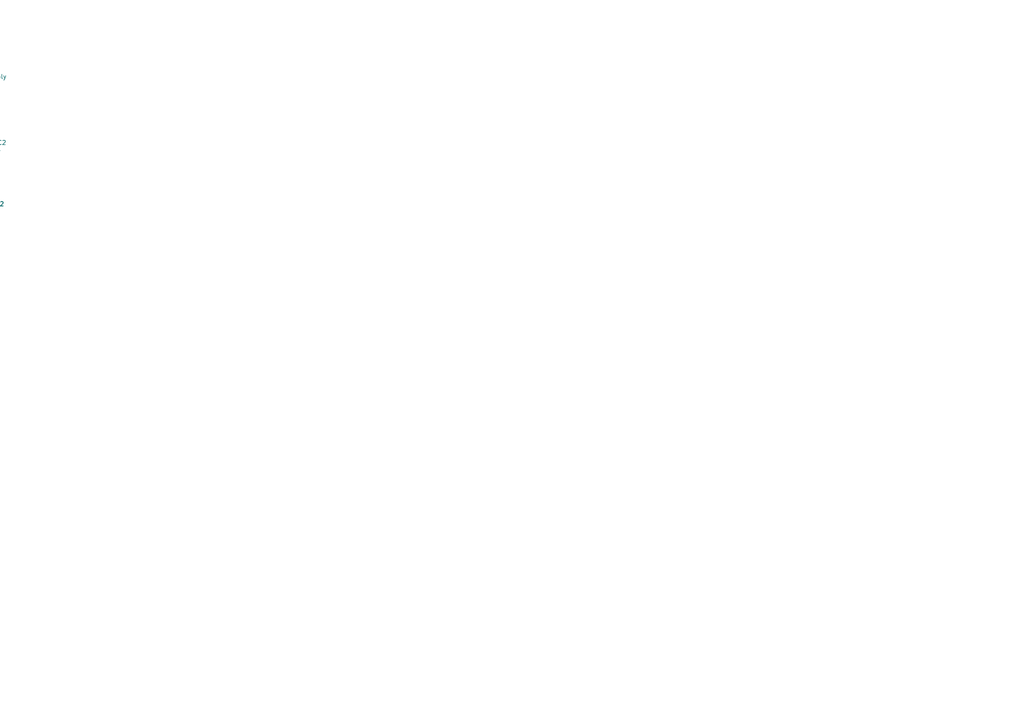
<source format=kicad_sch>
(kicad_sch (version 20211123) (generator eeschema)

  (uuid 49cf4c55-5301-402b-807b-80a9b45bd677)

  (paper "A4")

  (lib_symbols
    (symbol "Amplifier_Operational:NE5532" (pin_names (offset 0.127)) (in_bom yes) (on_board yes)
      (property "Reference" "U" (id 0) (at 0 5.08 0)
        (effects (font (size 1.27 1.27)) (justify left))
      )
      (property "Value" "NE5532" (id 1) (at 0 -5.08 0)
        (effects (font (size 1.27 1.27)) (justify left))
      )
      (property "Footprint" "" (id 2) (at 0 0 0)
        (effects (font (size 1.27 1.27)) hide)
      )
      (property "Datasheet" "http://www.ti.com/lit/ds/symlink/ne5532.pdf" (id 3) (at 0 0 0)
        (effects (font (size 1.27 1.27)) hide)
      )
      (property "ki_locked" "" (id 4) (at 0 0 0)
        (effects (font (size 1.27 1.27)))
      )
      (property "ki_keywords" "dual opamp" (id 5) (at 0 0 0)
        (effects (font (size 1.27 1.27)) hide)
      )
      (property "ki_description" "Dual Low-Noise Operational Amplifiers, DIP-8/SOIC-8" (id 6) (at 0 0 0)
        (effects (font (size 1.27 1.27)) hide)
      )
      (property "ki_fp_filters" "SOIC*3.9x4.9mm*P1.27mm* DIP*W7.62mm* TO*99* OnSemi*Micro8* TSSOP*3x3mm*P0.65mm* TSSOP*4.4x3mm*P0.65mm* MSOP*3x3mm*P0.65mm* SSOP*3.9x4.9mm*P0.635mm* LFCSP*2x2mm*P0.5mm* *SIP* SOIC*5.3x6.2mm*P1.27mm*" (id 7) (at 0 0 0)
        (effects (font (size 1.27 1.27)) hide)
      )
      (symbol "NE5532_1_1"
        (polyline
          (pts
            (xy -5.08 5.08)
            (xy 5.08 0)
            (xy -5.08 -5.08)
            (xy -5.08 5.08)
          )
          (stroke (width 0.254) (type default) (color 0 0 0 0))
          (fill (type background))
        )
        (pin output line (at 7.62 0 180) (length 2.54)
          (name "~" (effects (font (size 1.27 1.27))))
          (number "1" (effects (font (size 1.27 1.27))))
        )
        (pin input line (at -7.62 -2.54 0) (length 2.54)
          (name "-" (effects (font (size 1.27 1.27))))
          (number "2" (effects (font (size 1.27 1.27))))
        )
        (pin input line (at -7.62 2.54 0) (length 2.54)
          (name "+" (effects (font (size 1.27 1.27))))
          (number "3" (effects (font (size 1.27 1.27))))
        )
      )
      (symbol "NE5532_2_1"
        (polyline
          (pts
            (xy -5.08 5.08)
            (xy 5.08 0)
            (xy -5.08 -5.08)
            (xy -5.08 5.08)
          )
          (stroke (width 0.254) (type default) (color 0 0 0 0))
          (fill (type background))
        )
        (pin input line (at -7.62 2.54 0) (length 2.54)
          (name "+" (effects (font (size 1.27 1.27))))
          (number "5" (effects (font (size 1.27 1.27))))
        )
        (pin input line (at -7.62 -2.54 0) (length 2.54)
          (name "-" (effects (font (size 1.27 1.27))))
          (number "6" (effects (font (size 1.27 1.27))))
        )
        (pin output line (at 7.62 0 180) (length 2.54)
          (name "~" (effects (font (size 1.27 1.27))))
          (number "7" (effects (font (size 1.27 1.27))))
        )
      )
      (symbol "NE5532_3_1"
        (pin power_in line (at -2.54 -7.62 90) (length 3.81)
          (name "V-" (effects (font (size 1.27 1.27))))
          (number "4" (effects (font (size 1.27 1.27))))
        )
        (pin power_in line (at -2.54 7.62 270) (length 3.81)
          (name "V+" (effects (font (size 1.27 1.27))))
          (number "8" (effects (font (size 1.27 1.27))))
        )
      )
    )
    (symbol "Connector:Conn_01x04_Female" (pin_names (offset 1.016) hide) (in_bom yes) (on_board yes)
      (property "Reference" "J" (id 0) (at 0 5.08 0)
        (effects (font (size 1.27 1.27)))
      )
      (property "Value" "Conn_01x04_Female" (id 1) (at 0 -7.62 0)
        (effects (font (size 1.27 1.27)))
      )
      (property "Footprint" "" (id 2) (at 0 0 0)
        (effects (font (size 1.27 1.27)) hide)
      )
      (property "Datasheet" "~" (id 3) (at 0 0 0)
        (effects (font (size 1.27 1.27)) hide)
      )
      (property "ki_keywords" "connector" (id 4) (at 0 0 0)
        (effects (font (size 1.27 1.27)) hide)
      )
      (property "ki_description" "Generic connector, single row, 01x04, script generated (kicad-library-utils/schlib/autogen/connector/)" (id 5) (at 0 0 0)
        (effects (font (size 1.27 1.27)) hide)
      )
      (property "ki_fp_filters" "Connector*:*_1x??_*" (id 6) (at 0 0 0)
        (effects (font (size 1.27 1.27)) hide)
      )
      (symbol "Conn_01x04_Female_1_1"
        (arc (start 0 -4.572) (mid -0.508 -5.08) (end 0 -5.588)
          (stroke (width 0.1524) (type default) (color 0 0 0 0))
          (fill (type none))
        )
        (arc (start 0 -2.032) (mid -0.508 -2.54) (end 0 -3.048)
          (stroke (width 0.1524) (type default) (color 0 0 0 0))
          (fill (type none))
        )
        (polyline
          (pts
            (xy -1.27 -5.08)
            (xy -0.508 -5.08)
          )
          (stroke (width 0.1524) (type default) (color 0 0 0 0))
          (fill (type none))
        )
        (polyline
          (pts
            (xy -1.27 -2.54)
            (xy -0.508 -2.54)
          )
          (stroke (width 0.1524) (type default) (color 0 0 0 0))
          (fill (type none))
        )
        (polyline
          (pts
            (xy -1.27 0)
            (xy -0.508 0)
          )
          (stroke (width 0.1524) (type default) (color 0 0 0 0))
          (fill (type none))
        )
        (polyline
          (pts
            (xy -1.27 2.54)
            (xy -0.508 2.54)
          )
          (stroke (width 0.1524) (type default) (color 0 0 0 0))
          (fill (type none))
        )
        (arc (start 0 0.508) (mid -0.508 0) (end 0 -0.508)
          (stroke (width 0.1524) (type default) (color 0 0 0 0))
          (fill (type none))
        )
        (arc (start 0 3.048) (mid -0.508 2.54) (end 0 2.032)
          (stroke (width 0.1524) (type default) (color 0 0 0 0))
          (fill (type none))
        )
        (pin passive line (at -5.08 2.54 0) (length 3.81)
          (name "Pin_1" (effects (font (size 1.27 1.27))))
          (number "1" (effects (font (size 1.27 1.27))))
        )
        (pin passive line (at -5.08 0 0) (length 3.81)
          (name "Pin_2" (effects (font (size 1.27 1.27))))
          (number "2" (effects (font (size 1.27 1.27))))
        )
        (pin passive line (at -5.08 -2.54 0) (length 3.81)
          (name "Pin_3" (effects (font (size 1.27 1.27))))
          (number "3" (effects (font (size 1.27 1.27))))
        )
        (pin passive line (at -5.08 -5.08 0) (length 3.81)
          (name "Pin_4" (effects (font (size 1.27 1.27))))
          (number "4" (effects (font (size 1.27 1.27))))
        )
      )
    )
    (symbol "Device:C" (pin_numbers hide) (pin_names (offset 0.254)) (in_bom yes) (on_board yes)
      (property "Reference" "C" (id 0) (at 0.635 2.54 0)
        (effects (font (size 1.27 1.27)) (justify left))
      )
      (property "Value" "C" (id 1) (at 0.635 -2.54 0)
        (effects (font (size 1.27 1.27)) (justify left))
      )
      (property "Footprint" "" (id 2) (at 0.9652 -3.81 0)
        (effects (font (size 1.27 1.27)) hide)
      )
      (property "Datasheet" "~" (id 3) (at 0 0 0)
        (effects (font (size 1.27 1.27)) hide)
      )
      (property "ki_keywords" "cap capacitor" (id 4) (at 0 0 0)
        (effects (font (size 1.27 1.27)) hide)
      )
      (property "ki_description" "Unpolarized capacitor" (id 5) (at 0 0 0)
        (effects (font (size 1.27 1.27)) hide)
      )
      (property "ki_fp_filters" "C_*" (id 6) (at 0 0 0)
        (effects (font (size 1.27 1.27)) hide)
      )
      (symbol "C_0_1"
        (polyline
          (pts
            (xy -2.032 -0.762)
            (xy 2.032 -0.762)
          )
          (stroke (width 0.508) (type default) (color 0 0 0 0))
          (fill (type none))
        )
        (polyline
          (pts
            (xy -2.032 0.762)
            (xy 2.032 0.762)
          )
          (stroke (width 0.508) (type default) (color 0 0 0 0))
          (fill (type none))
        )
      )
      (symbol "C_1_1"
        (pin passive line (at 0 3.81 270) (length 2.794)
          (name "~" (effects (font (size 1.27 1.27))))
          (number "1" (effects (font (size 1.27 1.27))))
        )
        (pin passive line (at 0 -3.81 90) (length 2.794)
          (name "~" (effects (font (size 1.27 1.27))))
          (number "2" (effects (font (size 1.27 1.27))))
        )
      )
    )
    (symbol "Device:D" (pin_numbers hide) (pin_names (offset 1.016) hide) (in_bom yes) (on_board yes)
      (property "Reference" "D" (id 0) (at 0 2.54 0)
        (effects (font (size 1.27 1.27)))
      )
      (property "Value" "D" (id 1) (at 0 -2.54 0)
        (effects (font (size 1.27 1.27)))
      )
      (property "Footprint" "" (id 2) (at 0 0 0)
        (effects (font (size 1.27 1.27)) hide)
      )
      (property "Datasheet" "~" (id 3) (at 0 0 0)
        (effects (font (size 1.27 1.27)) hide)
      )
      (property "ki_keywords" "diode" (id 4) (at 0 0 0)
        (effects (font (size 1.27 1.27)) hide)
      )
      (property "ki_description" "Diode" (id 5) (at 0 0 0)
        (effects (font (size 1.27 1.27)) hide)
      )
      (property "ki_fp_filters" "TO-???* *_Diode_* *SingleDiode* D_*" (id 6) (at 0 0 0)
        (effects (font (size 1.27 1.27)) hide)
      )
      (symbol "D_0_1"
        (polyline
          (pts
            (xy -1.27 1.27)
            (xy -1.27 -1.27)
          )
          (stroke (width 0.254) (type default) (color 0 0 0 0))
          (fill (type none))
        )
        (polyline
          (pts
            (xy 1.27 0)
            (xy -1.27 0)
          )
          (stroke (width 0) (type default) (color 0 0 0 0))
          (fill (type none))
        )
        (polyline
          (pts
            (xy 1.27 1.27)
            (xy 1.27 -1.27)
            (xy -1.27 0)
            (xy 1.27 1.27)
          )
          (stroke (width 0.254) (type default) (color 0 0 0 0))
          (fill (type none))
        )
      )
      (symbol "D_1_1"
        (pin passive line (at -3.81 0 0) (length 2.54)
          (name "K" (effects (font (size 1.27 1.27))))
          (number "1" (effects (font (size 1.27 1.27))))
        )
        (pin passive line (at 3.81 0 180) (length 2.54)
          (name "A" (effects (font (size 1.27 1.27))))
          (number "2" (effects (font (size 1.27 1.27))))
        )
      )
    )
    (symbol "Device:L" (pin_numbers hide) (pin_names (offset 1.016) hide) (in_bom yes) (on_board yes)
      (property "Reference" "L" (id 0) (at -1.27 0 90)
        (effects (font (size 1.27 1.27)))
      )
      (property "Value" "L" (id 1) (at 1.905 0 90)
        (effects (font (size 1.27 1.27)))
      )
      (property "Footprint" "" (id 2) (at 0 0 0)
        (effects (font (size 1.27 1.27)) hide)
      )
      (property "Datasheet" "~" (id 3) (at 0 0 0)
        (effects (font (size 1.27 1.27)) hide)
      )
      (property "ki_keywords" "inductor choke coil reactor magnetic" (id 4) (at 0 0 0)
        (effects (font (size 1.27 1.27)) hide)
      )
      (property "ki_description" "Inductor" (id 5) (at 0 0 0)
        (effects (font (size 1.27 1.27)) hide)
      )
      (property "ki_fp_filters" "Choke_* *Coil* Inductor_* L_*" (id 6) (at 0 0 0)
        (effects (font (size 1.27 1.27)) hide)
      )
      (symbol "L_0_1"
        (arc (start 0 -2.54) (mid 0.635 -1.905) (end 0 -1.27)
          (stroke (width 0) (type default) (color 0 0 0 0))
          (fill (type none))
        )
        (arc (start 0 -1.27) (mid 0.635 -0.635) (end 0 0)
          (stroke (width 0) (type default) (color 0 0 0 0))
          (fill (type none))
        )
        (arc (start 0 0) (mid 0.635 0.635) (end 0 1.27)
          (stroke (width 0) (type default) (color 0 0 0 0))
          (fill (type none))
        )
        (arc (start 0 1.27) (mid 0.635 1.905) (end 0 2.54)
          (stroke (width 0) (type default) (color 0 0 0 0))
          (fill (type none))
        )
      )
      (symbol "L_1_1"
        (pin passive line (at 0 3.81 270) (length 1.27)
          (name "1" (effects (font (size 1.27 1.27))))
          (number "1" (effects (font (size 1.27 1.27))))
        )
        (pin passive line (at 0 -3.81 90) (length 1.27)
          (name "2" (effects (font (size 1.27 1.27))))
          (number "2" (effects (font (size 1.27 1.27))))
        )
      )
    )
    (symbol "Device:LED" (pin_numbers hide) (pin_names (offset 1.016) hide) (in_bom yes) (on_board yes)
      (property "Reference" "D" (id 0) (at 0 2.54 0)
        (effects (font (size 1.27 1.27)))
      )
      (property "Value" "LED" (id 1) (at 0 -2.54 0)
        (effects (font (size 1.27 1.27)))
      )
      (property "Footprint" "" (id 2) (at 0 0 0)
        (effects (font (size 1.27 1.27)) hide)
      )
      (property "Datasheet" "~" (id 3) (at 0 0 0)
        (effects (font (size 1.27 1.27)) hide)
      )
      (property "ki_keywords" "LED diode" (id 4) (at 0 0 0)
        (effects (font (size 1.27 1.27)) hide)
      )
      (property "ki_description" "Light emitting diode" (id 5) (at 0 0 0)
        (effects (font (size 1.27 1.27)) hide)
      )
      (property "ki_fp_filters" "LED* LED_SMD:* LED_THT:*" (id 6) (at 0 0 0)
        (effects (font (size 1.27 1.27)) hide)
      )
      (symbol "LED_0_1"
        (polyline
          (pts
            (xy -1.27 -1.27)
            (xy -1.27 1.27)
          )
          (stroke (width 0.254) (type default) (color 0 0 0 0))
          (fill (type none))
        )
        (polyline
          (pts
            (xy -1.27 0)
            (xy 1.27 0)
          )
          (stroke (width 0) (type default) (color 0 0 0 0))
          (fill (type none))
        )
        (polyline
          (pts
            (xy 1.27 -1.27)
            (xy 1.27 1.27)
            (xy -1.27 0)
            (xy 1.27 -1.27)
          )
          (stroke (width 0.254) (type default) (color 0 0 0 0))
          (fill (type none))
        )
        (polyline
          (pts
            (xy -3.048 -0.762)
            (xy -4.572 -2.286)
            (xy -3.81 -2.286)
            (xy -4.572 -2.286)
            (xy -4.572 -1.524)
          )
          (stroke (width 0) (type default) (color 0 0 0 0))
          (fill (type none))
        )
        (polyline
          (pts
            (xy -1.778 -0.762)
            (xy -3.302 -2.286)
            (xy -2.54 -2.286)
            (xy -3.302 -2.286)
            (xy -3.302 -1.524)
          )
          (stroke (width 0) (type default) (color 0 0 0 0))
          (fill (type none))
        )
      )
      (symbol "LED_1_1"
        (pin passive line (at -3.81 0 0) (length 2.54)
          (name "K" (effects (font (size 1.27 1.27))))
          (number "1" (effects (font (size 1.27 1.27))))
        )
        (pin passive line (at 3.81 0 180) (length 2.54)
          (name "A" (effects (font (size 1.27 1.27))))
          (number "2" (effects (font (size 1.27 1.27))))
        )
      )
    )
    (symbol "Device:Q_NPN_BCE" (pin_names (offset 0) hide) (in_bom yes) (on_board yes)
      (property "Reference" "Q" (id 0) (at 5.08 1.27 0)
        (effects (font (size 1.27 1.27)) (justify left))
      )
      (property "Value" "Q_NPN_BCE" (id 1) (at 5.08 -1.27 0)
        (effects (font (size 1.27 1.27)) (justify left))
      )
      (property "Footprint" "" (id 2) (at 5.08 2.54 0)
        (effects (font (size 1.27 1.27)) hide)
      )
      (property "Datasheet" "~" (id 3) (at 0 0 0)
        (effects (font (size 1.27 1.27)) hide)
      )
      (property "ki_keywords" "transistor NPN" (id 4) (at 0 0 0)
        (effects (font (size 1.27 1.27)) hide)
      )
      (property "ki_description" "NPN transistor, base/collector/emitter" (id 5) (at 0 0 0)
        (effects (font (size 1.27 1.27)) hide)
      )
      (symbol "Q_NPN_BCE_0_1"
        (polyline
          (pts
            (xy 0.635 0.635)
            (xy 2.54 2.54)
          )
          (stroke (width 0) (type default) (color 0 0 0 0))
          (fill (type none))
        )
        (polyline
          (pts
            (xy 0.635 -0.635)
            (xy 2.54 -2.54)
            (xy 2.54 -2.54)
          )
          (stroke (width 0) (type default) (color 0 0 0 0))
          (fill (type none))
        )
        (polyline
          (pts
            (xy 0.635 1.905)
            (xy 0.635 -1.905)
            (xy 0.635 -1.905)
          )
          (stroke (width 0.508) (type default) (color 0 0 0 0))
          (fill (type none))
        )
        (polyline
          (pts
            (xy 1.27 -1.778)
            (xy 1.778 -1.27)
            (xy 2.286 -2.286)
            (xy 1.27 -1.778)
            (xy 1.27 -1.778)
          )
          (stroke (width 0) (type default) (color 0 0 0 0))
          (fill (type outline))
        )
        (circle (center 1.27 0) (radius 2.8194)
          (stroke (width 0.254) (type default) (color 0 0 0 0))
          (fill (type none))
        )
      )
      (symbol "Q_NPN_BCE_1_1"
        (pin input line (at -5.08 0 0) (length 5.715)
          (name "B" (effects (font (size 1.27 1.27))))
          (number "1" (effects (font (size 1.27 1.27))))
        )
        (pin passive line (at 2.54 5.08 270) (length 2.54)
          (name "C" (effects (font (size 1.27 1.27))))
          (number "2" (effects (font (size 1.27 1.27))))
        )
        (pin passive line (at 2.54 -5.08 90) (length 2.54)
          (name "E" (effects (font (size 1.27 1.27))))
          (number "3" (effects (font (size 1.27 1.27))))
        )
      )
    )
    (symbol "Device:Q_PNP_BCE" (pin_names (offset 0) hide) (in_bom yes) (on_board yes)
      (property "Reference" "Q" (id 0) (at 5.08 1.27 0)
        (effects (font (size 1.27 1.27)) (justify left))
      )
      (property "Value" "Q_PNP_BCE" (id 1) (at 5.08 -1.27 0)
        (effects (font (size 1.27 1.27)) (justify left))
      )
      (property "Footprint" "" (id 2) (at 5.08 2.54 0)
        (effects (font (size 1.27 1.27)) hide)
      )
      (property "Datasheet" "~" (id 3) (at 0 0 0)
        (effects (font (size 1.27 1.27)) hide)
      )
      (property "ki_keywords" "transistor PNP" (id 4) (at 0 0 0)
        (effects (font (size 1.27 1.27)) hide)
      )
      (property "ki_description" "PNP transistor, base/collector/emitter" (id 5) (at 0 0 0)
        (effects (font (size 1.27 1.27)) hide)
      )
      (symbol "Q_PNP_BCE_0_1"
        (polyline
          (pts
            (xy 0.635 0.635)
            (xy 2.54 2.54)
          )
          (stroke (width 0) (type default) (color 0 0 0 0))
          (fill (type none))
        )
        (polyline
          (pts
            (xy 0.635 -0.635)
            (xy 2.54 -2.54)
            (xy 2.54 -2.54)
          )
          (stroke (width 0) (type default) (color 0 0 0 0))
          (fill (type none))
        )
        (polyline
          (pts
            (xy 0.635 1.905)
            (xy 0.635 -1.905)
            (xy 0.635 -1.905)
          )
          (stroke (width 0.508) (type default) (color 0 0 0 0))
          (fill (type none))
        )
        (polyline
          (pts
            (xy 2.286 -1.778)
            (xy 1.778 -2.286)
            (xy 1.27 -1.27)
            (xy 2.286 -1.778)
            (xy 2.286 -1.778)
          )
          (stroke (width 0) (type default) (color 0 0 0 0))
          (fill (type outline))
        )
        (circle (center 1.27 0) (radius 2.8194)
          (stroke (width 0.254) (type default) (color 0 0 0 0))
          (fill (type none))
        )
      )
      (symbol "Q_PNP_BCE_1_1"
        (pin input line (at -5.08 0 0) (length 5.715)
          (name "B" (effects (font (size 1.27 1.27))))
          (number "1" (effects (font (size 1.27 1.27))))
        )
        (pin passive line (at 2.54 5.08 270) (length 2.54)
          (name "C" (effects (font (size 1.27 1.27))))
          (number "2" (effects (font (size 1.27 1.27))))
        )
        (pin passive line (at 2.54 -5.08 90) (length 2.54)
          (name "E" (effects (font (size 1.27 1.27))))
          (number "3" (effects (font (size 1.27 1.27))))
        )
      )
    )
    (symbol "Device:R" (pin_numbers hide) (pin_names (offset 0)) (in_bom yes) (on_board yes)
      (property "Reference" "R" (id 0) (at 2.032 0 90)
        (effects (font (size 1.27 1.27)))
      )
      (property "Value" "R" (id 1) (at 0 0 90)
        (effects (font (size 1.27 1.27)))
      )
      (property "Footprint" "" (id 2) (at -1.778 0 90)
        (effects (font (size 1.27 1.27)) hide)
      )
      (property "Datasheet" "~" (id 3) (at 0 0 0)
        (effects (font (size 1.27 1.27)) hide)
      )
      (property "ki_keywords" "R res resistor" (id 4) (at 0 0 0)
        (effects (font (size 1.27 1.27)) hide)
      )
      (property "ki_description" "Resistor" (id 5) (at 0 0 0)
        (effects (font (size 1.27 1.27)) hide)
      )
      (property "ki_fp_filters" "R_*" (id 6) (at 0 0 0)
        (effects (font (size 1.27 1.27)) hide)
      )
      (symbol "R_0_1"
        (rectangle (start -1.016 -2.54) (end 1.016 2.54)
          (stroke (width 0.254) (type default) (color 0 0 0 0))
          (fill (type none))
        )
      )
      (symbol "R_1_1"
        (pin passive line (at 0 3.81 270) (length 1.27)
          (name "~" (effects (font (size 1.27 1.27))))
          (number "1" (effects (font (size 1.27 1.27))))
        )
        (pin passive line (at 0 -3.81 90) (length 1.27)
          (name "~" (effects (font (size 1.27 1.27))))
          (number "2" (effects (font (size 1.27 1.27))))
        )
      )
    )
    (symbol "_trnst_a-rescue:CP-Device" (pin_numbers hide) (pin_names (offset 0.254)) (in_bom yes) (on_board yes)
      (property "Reference" "C" (id 0) (at 0.635 2.54 0)
        (effects (font (size 1.27 1.27)) (justify left))
      )
      (property "Value" "CP-Device" (id 1) (at 0.635 -2.54 0)
        (effects (font (size 1.27 1.27)) (justify left))
      )
      (property "Footprint" "" (id 2) (at 0.9652 -3.81 0)
        (effects (font (size 1.27 1.27)) hide)
      )
      (property "Datasheet" "" (id 3) (at 0 0 0)
        (effects (font (size 1.27 1.27)) hide)
      )
      (property "ki_fp_filters" "CP_*" (id 4) (at 0 0 0)
        (effects (font (size 1.27 1.27)) hide)
      )
      (symbol "CP-Device_0_1"
        (rectangle (start -2.286 0.508) (end -2.286 1.016)
          (stroke (width 0) (type default) (color 0 0 0 0))
          (fill (type none))
        )
        (rectangle (start -2.286 0.508) (end 2.286 0.508)
          (stroke (width 0) (type default) (color 0 0 0 0))
          (fill (type none))
        )
        (polyline
          (pts
            (xy -1.778 2.286)
            (xy -0.762 2.286)
          )
          (stroke (width 0) (type default) (color 0 0 0 0))
          (fill (type none))
        )
        (polyline
          (pts
            (xy -1.27 2.794)
            (xy -1.27 1.778)
          )
          (stroke (width 0) (type default) (color 0 0 0 0))
          (fill (type none))
        )
        (rectangle (start 2.286 -0.508) (end -2.286 -1.016)
          (stroke (width 0) (type default) (color 0 0 0 0))
          (fill (type outline))
        )
        (rectangle (start 2.286 1.016) (end -2.286 1.016)
          (stroke (width 0) (type default) (color 0 0 0 0))
          (fill (type none))
        )
        (rectangle (start 2.286 1.016) (end 2.286 0.508)
          (stroke (width 0) (type default) (color 0 0 0 0))
          (fill (type none))
        )
      )
      (symbol "CP-Device_1_1"
        (pin passive line (at 0 3.81 270) (length 2.794)
          (name "~" (effects (font (size 1.27 1.27))))
          (number "1" (effects (font (size 1.27 1.27))))
        )
        (pin passive line (at 0 -3.81 90) (length 2.794)
          (name "~" (effects (font (size 1.27 1.27))))
          (number "2" (effects (font (size 1.27 1.27))))
        )
      )
    )
    (symbol "_trnst_a-rescue:R_POT-Device" (pin_names (offset 1.016) hide) (in_bom yes) (on_board yes)
      (property "Reference" "RV" (id 0) (at -4.445 0 90)
        (effects (font (size 1.27 1.27)))
      )
      (property "Value" "R_POT-Device" (id 1) (at -2.54 0 90)
        (effects (font (size 1.27 1.27)))
      )
      (property "Footprint" "" (id 2) (at 0 0 0)
        (effects (font (size 1.27 1.27)) hide)
      )
      (property "Datasheet" "" (id 3) (at 0 0 0)
        (effects (font (size 1.27 1.27)) hide)
      )
      (property "ki_fp_filters" "Potentiometer*" (id 4) (at 0 0 0)
        (effects (font (size 1.27 1.27)) hide)
      )
      (symbol "R_POT-Device_0_1"
        (polyline
          (pts
            (xy 2.54 0)
            (xy 1.524 0)
          )
          (stroke (width 0) (type default) (color 0 0 0 0))
          (fill (type none))
        )
        (polyline
          (pts
            (xy 1.143 0)
            (xy 2.286 0.508)
            (xy 2.286 -0.508)
            (xy 1.143 0)
          )
          (stroke (width 0) (type default) (color 0 0 0 0))
          (fill (type outline))
        )
        (rectangle (start 1.016 2.54) (end -1.016 -2.54)
          (stroke (width 0.254) (type default) (color 0 0 0 0))
          (fill (type none))
        )
      )
      (symbol "R_POT-Device_1_1"
        (pin passive line (at 0 3.81 270) (length 1.27)
          (name "1" (effects (font (size 1.27 1.27))))
          (number "1" (effects (font (size 1.27 1.27))))
        )
        (pin passive line (at 3.81 0 180) (length 1.27)
          (name "2" (effects (font (size 1.27 1.27))))
          (number "2" (effects (font (size 1.27 1.27))))
        )
        (pin passive line (at 0 -3.81 90) (length 1.27)
          (name "3" (effects (font (size 1.27 1.27))))
          (number "3" (effects (font (size 1.27 1.27))))
        )
      )
    )
    (symbol "power:+12V" (power) (pin_names (offset 0)) (in_bom yes) (on_board yes)
      (property "Reference" "#PWR" (id 0) (at 0 -3.81 0)
        (effects (font (size 1.27 1.27)) hide)
      )
      (property "Value" "+12V" (id 1) (at 0 3.556 0)
        (effects (font (size 1.27 1.27)))
      )
      (property "Footprint" "" (id 2) (at 0 0 0)
        (effects (font (size 1.27 1.27)) hide)
      )
      (property "Datasheet" "" (id 3) (at 0 0 0)
        (effects (font (size 1.27 1.27)) hide)
      )
      (property "ki_keywords" "power-flag" (id 4) (at 0 0 0)
        (effects (font (size 1.27 1.27)) hide)
      )
      (property "ki_description" "Power symbol creates a global label with name \"+12V\"" (id 5) (at 0 0 0)
        (effects (font (size 1.27 1.27)) hide)
      )
      (symbol "+12V_0_1"
        (polyline
          (pts
            (xy -0.762 1.27)
            (xy 0 2.54)
          )
          (stroke (width 0) (type default) (color 0 0 0 0))
          (fill (type none))
        )
        (polyline
          (pts
            (xy 0 0)
            (xy 0 2.54)
          )
          (stroke (width 0) (type default) (color 0 0 0 0))
          (fill (type none))
        )
        (polyline
          (pts
            (xy 0 2.54)
            (xy 0.762 1.27)
          )
          (stroke (width 0) (type default) (color 0 0 0 0))
          (fill (type none))
        )
      )
      (symbol "+12V_1_1"
        (pin power_in line (at 0 0 90) (length 0) hide
          (name "+12V" (effects (font (size 1.27 1.27))))
          (number "1" (effects (font (size 1.27 1.27))))
        )
      )
    )
    (symbol "power:+5V" (power) (pin_names (offset 0)) (in_bom yes) (on_board yes)
      (property "Reference" "#PWR" (id 0) (at 0 -3.81 0)
        (effects (font (size 1.27 1.27)) hide)
      )
      (property "Value" "+5V" (id 1) (at 0 3.556 0)
        (effects (font (size 1.27 1.27)))
      )
      (property "Footprint" "" (id 2) (at 0 0 0)
        (effects (font (size 1.27 1.27)) hide)
      )
      (property "Datasheet" "" (id 3) (at 0 0 0)
        (effects (font (size 1.27 1.27)) hide)
      )
      (property "ki_keywords" "power-flag" (id 4) (at 0 0 0)
        (effects (font (size 1.27 1.27)) hide)
      )
      (property "ki_description" "Power symbol creates a global label with name \"+5V\"" (id 5) (at 0 0 0)
        (effects (font (size 1.27 1.27)) hide)
      )
      (symbol "+5V_0_1"
        (polyline
          (pts
            (xy -0.762 1.27)
            (xy 0 2.54)
          )
          (stroke (width 0) (type default) (color 0 0 0 0))
          (fill (type none))
        )
        (polyline
          (pts
            (xy 0 0)
            (xy 0 2.54)
          )
          (stroke (width 0) (type default) (color 0 0 0 0))
          (fill (type none))
        )
        (polyline
          (pts
            (xy 0 2.54)
            (xy 0.762 1.27)
          )
          (stroke (width 0) (type default) (color 0 0 0 0))
          (fill (type none))
        )
      )
      (symbol "+5V_1_1"
        (pin power_in line (at 0 0 90) (length 0) hide
          (name "+5V" (effects (font (size 1.27 1.27))))
          (number "1" (effects (font (size 1.27 1.27))))
        )
      )
    )
    (symbol "power:-12V" (power) (pin_names (offset 0)) (in_bom yes) (on_board yes)
      (property "Reference" "#PWR" (id 0) (at 0 2.54 0)
        (effects (font (size 1.27 1.27)) hide)
      )
      (property "Value" "-12V" (id 1) (at 0 3.81 0)
        (effects (font (size 1.27 1.27)))
      )
      (property "Footprint" "" (id 2) (at 0 0 0)
        (effects (font (size 1.27 1.27)) hide)
      )
      (property "Datasheet" "" (id 3) (at 0 0 0)
        (effects (font (size 1.27 1.27)) hide)
      )
      (property "ki_keywords" "power-flag" (id 4) (at 0 0 0)
        (effects (font (size 1.27 1.27)) hide)
      )
      (property "ki_description" "Power symbol creates a global label with name \"-12V\"" (id 5) (at 0 0 0)
        (effects (font (size 1.27 1.27)) hide)
      )
      (symbol "-12V_0_0"
        (pin power_in line (at 0 0 90) (length 0) hide
          (name "-12V" (effects (font (size 1.27 1.27))))
          (number "1" (effects (font (size 1.27 1.27))))
        )
      )
      (symbol "-12V_0_1"
        (polyline
          (pts
            (xy 0 0)
            (xy 0 1.27)
            (xy 0.762 1.27)
            (xy 0 2.54)
            (xy -0.762 1.27)
            (xy 0 1.27)
          )
          (stroke (width 0) (type default) (color 0 0 0 0))
          (fill (type outline))
        )
      )
    )
    (symbol "power:GND" (power) (pin_names (offset 0)) (in_bom yes) (on_board yes)
      (property "Reference" "#PWR" (id 0) (at 0 -6.35 0)
        (effects (font (size 1.27 1.27)) hide)
      )
      (property "Value" "GND" (id 1) (at 0 -3.81 0)
        (effects (font (size 1.27 1.27)))
      )
      (property "Footprint" "" (id 2) (at 0 0 0)
        (effects (font (size 1.27 1.27)) hide)
      )
      (property "Datasheet" "" (id 3) (at 0 0 0)
        (effects (font (size 1.27 1.27)) hide)
      )
      (property "ki_keywords" "power-flag" (id 4) (at 0 0 0)
        (effects (font (size 1.27 1.27)) hide)
      )
      (property "ki_description" "Power symbol creates a global label with name \"GND\" , ground" (id 5) (at 0 0 0)
        (effects (font (size 1.27 1.27)) hide)
      )
      (symbol "GND_0_1"
        (polyline
          (pts
            (xy 0 0)
            (xy 0 -1.27)
            (xy 1.27 -1.27)
            (xy 0 -2.54)
            (xy -1.27 -1.27)
            (xy 0 -1.27)
          )
          (stroke (width 0) (type default) (color 0 0 0 0))
          (fill (type none))
        )
      )
      (symbol "GND_1_1"
        (pin power_in line (at 0 0 270) (length 0) hide
          (name "GND" (effects (font (size 1.27 1.27))))
          (number "1" (effects (font (size 1.27 1.27))))
        )
      )
    )
  )

  (junction (at -5.715 92.71) (diameter 0) (color 0 0 0 0)
    (uuid 85d72d1a-0d8c-4743-bd6e-95b89b272532)
  )
  (junction (at -22.225 120.015) (diameter 0) (color 0 0 0 0)
    (uuid e384de40-9dfc-44de-9a4e-4aea4d56fd05)
  )
  (junction (at -22.225 90.17) (diameter 0) (color 0 0 0 0)
    (uuid fd52bd14-73aa-41d5-ab71-d4ca0475544e)
  )

  (wire (pts (xy -5.715 117.475) (xy -5.715 127))
    (stroke (width 0) (type default) (color 0 0 0 0))
    (uuid 015a204c-6a0c-4713-9e76-a487e2af4929)
  )
  (wire (pts (xy -5.715 92.71) (xy -5.715 100.33))
    (stroke (width 0) (type default) (color 0 0 0 0))
    (uuid 22bca55b-2851-40a7-a7d4-32aac8fa4ab0)
  )
  (wire (pts (xy -28.575 95.25) (xy -28.575 100.33))
    (stroke (width 0) (type default) (color 0 0 0 0))
    (uuid 24b194e0-217e-4550-81d2-c6a85776b6bd)
  )
  (wire (pts (xy -6.985 92.71) (xy -5.715 92.71))
    (stroke (width 0) (type default) (color 0 0 0 0))
    (uuid 2f9d3a5e-4944-4974-b394-a174774954ad)
  )
  (wire (pts (xy -17.145 127) (xy -22.225 127))
    (stroke (width 0) (type default) (color 0 0 0 0))
    (uuid 367bde31-50cc-45db-9308-57de6c1564e1)
  )
  (wire (pts (xy -26.035 90.17) (xy -22.225 90.17))
    (stroke (width 0) (type default) (color 0 0 0 0))
    (uuid 3b226bd7-8776-4798-9095-7e50aff7e3fd)
  )
  (wire (pts (xy -28.575 120.015) (xy -22.225 120.015))
    (stroke (width 0) (type default) (color 0 0 0 0))
    (uuid 3b737da7-6432-4243-94d8-2c39cef6b068)
  )
  (wire (pts (xy -28.575 130.81) (xy -28.575 133.985))
    (stroke (width 0) (type default) (color 0 0 0 0))
    (uuid 3c75f92d-34de-494a-b7e9-fa0d7bcb00e8)
  )
  (wire (pts (xy -21.59 24.765) (xy -18.415 24.765))
    (stroke (width 0) (type default) (color 0 0 0 0))
    (uuid 434c5564-e966-4509-aaaa-847fcab9c7b5)
  )
  (wire (pts (xy -22.225 127) (xy -22.225 120.015))
    (stroke (width 0) (type default) (color 0 0 0 0))
    (uuid 51daac8f-c79d-4009-b1ec-5ab1cbf56826)
  )
  (wire (pts (xy -21.59 17.145) (xy -18.415 17.145))
    (stroke (width 0) (type default) (color 0 0 0 0))
    (uuid 62e0abb8-6cb2-4b15-9e31-533f1adf79b1)
  )
  (wire (pts (xy -9.525 127) (xy -5.715 127))
    (stroke (width 0) (type default) (color 0 0 0 0))
    (uuid 6366f770-fd2b-412a-886d-2cc2aaa7e584)
  )
  (wire (pts (xy -5.715 83.82) (xy -5.715 92.71))
    (stroke (width 0) (type default) (color 0 0 0 0))
    (uuid 68492ac3-c544-4fe1-b3fa-fab2aa44e37f)
  )
  (wire (pts (xy -26.035 114.935) (xy -22.225 114.935))
    (stroke (width 0) (type default) (color 0 0 0 0))
    (uuid 763b53cc-1ba0-41d5-bb50-b2e48f838151)
  )
  (wire (pts (xy -28.575 123.19) (xy -28.575 120.015))
    (stroke (width 0) (type default) (color 0 0 0 0))
    (uuid 7f0efbe2-e751-44fb-b74d-04bb7d099fd9)
  )
  (wire (pts (xy -25.4 19.685) (xy -18.415 19.685))
    (stroke (width 0) (type default) (color 0 0 0 0))
    (uuid 985f4587-4e37-45a8-a9bc-3f4ca9d91b3f)
  )
  (wire (pts (xy -25.4 22.225) (xy -18.415 22.225))
    (stroke (width 0) (type default) (color 0 0 0 0))
    (uuid 9ef9c00d-e7b1-48db-9a0c-425d6c294ad0)
  )
  (wire (pts (xy -28.575 95.25) (xy -22.225 95.25))
    (stroke (width 0) (type default) (color 0 0 0 0))
    (uuid ac46ed62-4935-4e83-9952-c95f9fd01f75)
  )
  (wire (pts (xy -22.225 83.82) (xy -22.225 90.17))
    (stroke (width 0) (type default) (color 0 0 0 0))
    (uuid b27accc7-1fd2-4046-9669-fe6a5c96e164)
  )
  (wire (pts (xy -6.985 117.475) (xy -5.715 117.475))
    (stroke (width 0) (type default) (color 0 0 0 0))
    (uuid c44a3d78-f7e1-45c9-af5a-19a9d691b333)
  )
  (wire (pts (xy -5.715 83.82) (xy -14.605 83.82))
    (stroke (width 0) (type default) (color 0 0 0 0))
    (uuid f97e4b7e-ff0e-49ba-b6d8-fd189b90064a)
  )

  (symbol (lib_id "Device:R") (at -27.94 42.545 0) (unit 1)
    (in_bom yes) (on_board yes)
    (uuid 00000000-0000-0000-0000-00005e10a16c)
    (property "Reference" "R1" (id 0) (at -26.162 41.3766 0)
      (effects (font (size 1.27 1.27)) (justify left))
    )
    (property "Value" "~" (id 1) (at -26.162 43.688 0)
      (effects (font (size 1.27 1.27)) (justify left))
    )
    (property "Footprint" "" (id 2) (at -29.718 42.545 90)
      (effects (font (size 1.27 1.27)) hide)
    )
    (property "Datasheet" "~" (id 3) (at -27.94 42.545 0)
      (effects (font (size 1.27 1.27)) hide)
    )
    (pin "1" (uuid 445b9817-d8d5-480f-ac76-c308825301a6))
    (pin "2" (uuid b3128365-4895-4305-9a09-fc04a52d14d3))
  )

  (symbol (lib_id "Device:C") (at -12.065 42.545 0) (unit 1)
    (in_bom yes) (on_board yes)
    (uuid 00000000-0000-0000-0000-00005e10a173)
    (property "Reference" "C1" (id 0) (at -9.144 41.3766 0)
      (effects (font (size 1.27 1.27)) (justify left))
    )
    (property "Value" "~" (id 1) (at -9.144 43.688 0)
      (effects (font (size 1.27 1.27)) (justify left))
    )
    (property "Footprint" "" (id 2) (at -11.0998 46.355 0)
      (effects (font (size 1.27 1.27)) hide)
    )
    (property "Datasheet" "~" (id 3) (at -12.065 42.545 0)
      (effects (font (size 1.27 1.27)) hide)
    )
    (pin "1" (uuid 5f584c2e-5028-4d02-a416-d4308eaa7f40))
    (pin "2" (uuid dfab8358-7e26-44d2-895f-18bf8ff46b53))
  )

  (symbol (lib_id "_trnst_a-rescue:CP-Device") (at -3.81 42.545 0) (unit 1)
    (in_bom yes) (on_board yes)
    (uuid 00000000-0000-0000-0000-00005e10a17a)
    (property "Reference" "C2" (id 0) (at -0.8128 41.3766 0)
      (effects (font (size 1.27 1.27)) (justify left))
    )
    (property "Value" "~" (id 1) (at -0.8128 43.688 0)
      (effects (font (size 1.27 1.27)) (justify left))
    )
    (property "Footprint" "" (id 2) (at -2.8448 46.355 0)
      (effects (font (size 1.27 1.27)) hide)
    )
    (property "Datasheet" "~" (id 3) (at -3.81 42.545 0)
      (effects (font (size 1.27 1.27)) hide)
    )
    (pin "1" (uuid 0029b24e-f9fa-4e01-ab7b-c269790c3412))
    (pin "2" (uuid d49da216-7379-42a3-8182-9925abbe18ae))
  )

  (symbol (lib_id "Device:Q_PNP_BCE") (at -14.605 53.34 0) (unit 1)
    (in_bom yes) (on_board yes)
    (uuid 00000000-0000-0000-0000-00005e10a181)
    (property "Reference" "Q1" (id 0) (at -9.7536 52.1716 0)
      (effects (font (size 1.27 1.27)) (justify left))
    )
    (property "Value" "~" (id 1) (at -9.7536 54.483 0)
      (effects (font (size 1.27 1.27)) (justify left))
    )
    (property "Footprint" "" (id 2) (at -9.525 50.8 0)
      (effects (font (size 1.27 1.27)) hide)
    )
    (property "Datasheet" "~" (id 3) (at -14.605 53.34 0)
      (effects (font (size 1.27 1.27)) hide)
    )
    (pin "1" (uuid 566a826c-0306-4520-97f0-e1c64aad1f54))
    (pin "2" (uuid cf24e6f9-5813-468a-8a04-fcc9962d4e8e))
    (pin "3" (uuid bc6d6e48-fca5-4835-81a1-ba6db8e5ffec))
  )

  (symbol (lib_id "Device:Q_NPN_BCE") (at -6.35 60.325 0) (unit 1)
    (in_bom yes) (on_board yes)
    (uuid 00000000-0000-0000-0000-00005e10a188)
    (property "Reference" "Q2" (id 0) (at -1.4986 59.1566 0)
      (effects (font (size 1.27 1.27)) (justify left))
    )
    (property "Value" "~" (id 1) (at -1.4986 61.468 0)
      (effects (font (size 1.27 1.27)) (justify left))
    )
    (property "Footprint" "" (id 2) (at -1.27 57.785 0)
      (effects (font (size 1.27 1.27)) hide)
    )
    (property "Datasheet" "~" (id 3) (at -6.35 60.325 0)
      (effects (font (size 1.27 1.27)) hide)
    )
    (pin "1" (uuid 81069f27-4928-44c5-8fe1-9f5d013119d4))
    (pin "2" (uuid 52d9ff92-76a6-437d-b6d4-d48577c4e999))
    (pin "3" (uuid 5211b12f-9f0e-47e5-bd92-ffc455e173cb))
  )

  (symbol (lib_id "_trnst_a-rescue:R_POT-Device") (at -27.94 71.755 0) (unit 1)
    (in_bom yes) (on_board yes)
    (uuid 00000000-0000-0000-0000-00005e10a18f)
    (property "Reference" "RV1" (id 0) (at -29.718 70.5866 0)
      (effects (font (size 1.27 1.27)) (justify right))
    )
    (property "Value" "~" (id 1) (at -29.718 72.898 0)
      (effects (font (size 1.27 1.27)) (justify right))
    )
    (property "Footprint" "" (id 2) (at -27.94 71.755 0)
      (effects (font (size 1.27 1.27)) hide)
    )
    (property "Datasheet" "~" (id 3) (at -27.94 71.755 0)
      (effects (font (size 1.27 1.27)) hide)
    )
    (pin "1" (uuid d8bce29e-79f5-4d4b-a2e2-14c78a42a33d))
    (pin "2" (uuid ba984cb5-16c2-4d86-a187-0ab3ba90d880))
    (pin "3" (uuid 2f7497b3-8e0c-4b5d-ab16-c96860e99f77))
  )

  (symbol (lib_id "Device:D") (at -27.94 53.975 270) (unit 1)
    (in_bom yes) (on_board yes)
    (uuid 00000000-0000-0000-0000-00005e13ab5f)
    (property "Reference" "D1" (id 0) (at -25.9334 52.8066 90)
      (effects (font (size 1.27 1.27)) (justify left))
    )
    (property "Value" "~" (id 1) (at -25.9334 55.118 90)
      (effects (font (size 1.27 1.27)) (justify left))
    )
    (property "Footprint" "" (id 2) (at -27.94 53.975 0)
      (effects (font (size 1.27 1.27)) hide)
    )
    (property "Datasheet" "~" (id 3) (at -27.94 53.975 0)
      (effects (font (size 1.27 1.27)) hide)
    )
    (pin "1" (uuid 4f8a86d4-fe0c-4107-9972-2268348371c2))
    (pin "2" (uuid 9b9a1ded-e1ae-4a9d-9bdc-a10f01e0485a))
  )

  (symbol (lib_id "Amplifier_Operational:NE5532") (at -14.605 92.71 0) (mirror x) (unit 1)
    (in_bom yes) (on_board yes)
    (uuid 00000000-0000-0000-0000-00005e2554e7)
    (property "Reference" "U1" (id 0) (at -12.065 90.805 0))
    (property "Value" "~" (id 1) (at -14.605 85.6996 0))
    (property "Footprint" "" (id 2) (at -14.605 92.71 0)
      (effects (font (size 1.27 1.27)) hide)
    )
    (property "Datasheet" "http://www.ti.com/lit/ds/symlink/ne5532.pdf" (id 3) (at -14.605 92.71 0)
      (effects (font (size 1.27 1.27)) hide)
    )
    (pin "1" (uuid 09ff2e86-a1f5-4774-8524-79168d4ded25))
    (pin "2" (uuid 8ff6e89c-4182-4da3-9333-a750029aba43))
    (pin "3" (uuid 08618c2d-5883-4979-ac13-563a2d3958b5))
    (pin "5" (uuid facfb69a-2435-4674-b600-99d5d5abdf07))
    (pin "6" (uuid 3dd978b7-f079-440c-b7f8-8a99e09a4022))
    (pin "7" (uuid 96ae0e9b-bf2d-4916-b114-35734bc07f77))
    (pin "4" (uuid 6e62110e-7cf6-4b9d-a395-dfaea48664fb))
    (pin "8" (uuid ebc422e8-c08e-45ae-a089-d52c4213e2d6))
  )

  (symbol (lib_id "Device:R") (at -29.845 90.17 270) (mirror x) (unit 1)
    (in_bom yes) (on_board yes)
    (uuid 00000000-0000-0000-0000-00005e2554f6)
    (property "Reference" "R3" (id 0) (at -28.6766 88.392 0)
      (effects (font (size 1.27 1.27)) (justify left))
    )
    (property "Value" "~" (id 1) (at -30.988 88.392 0)
      (effects (font (size 1.27 1.27)) (justify left))
    )
    (property "Footprint" "" (id 2) (at -29.845 91.948 90)
      (effects (font (size 1.27 1.27)) hide)
    )
    (property "Datasheet" "~" (id 3) (at -29.845 90.17 0)
      (effects (font (size 1.27 1.27)) hide)
    )
    (pin "1" (uuid 9460bb16-d9ca-44be-a838-10f2f122b919))
    (pin "2" (uuid 6d2bc397-e96d-45a3-a355-f25f42d94b7b))
  )

  (symbol (lib_id "Device:R") (at -18.415 83.82 270) (mirror x) (unit 1)
    (in_bom yes) (on_board yes)
    (uuid 00000000-0000-0000-0000-00005e255503)
    (property "Reference" "R2" (id 0) (at -17.2466 82.042 0)
      (effects (font (size 1.27 1.27)) (justify left))
    )
    (property "Value" "~" (id 1) (at -19.558 82.042 0)
      (effects (font (size 1.27 1.27)) (justify left))
    )
    (property "Footprint" "" (id 2) (at -18.415 85.598 90)
      (effects (font (size 1.27 1.27)) hide)
    )
    (property "Datasheet" "~" (id 3) (at -18.415 83.82 0)
      (effects (font (size 1.27 1.27)) hide)
    )
    (pin "1" (uuid 6d0824da-bebc-47dc-9416-254f41c275a6))
    (pin "2" (uuid b640ace5-abce-4ae2-a65f-9b429d219484))
  )

  (symbol (lib_id "Device:R") (at -13.335 127 270) (mirror x) (unit 1)
    (in_bom yes) (on_board yes)
    (uuid 00000000-0000-0000-0000-00005e37c6a8)
    (property "Reference" "R6" (id 0) (at -12.1666 125.222 0)
      (effects (font (size 1.27 1.27)) (justify left))
    )
    (property "Value" "~" (id 1) (at -14.478 125.222 0)
      (effects (font (size 1.27 1.27)) (justify left))
    )
    (property "Footprint" "" (id 2) (at -13.335 128.778 90)
      (effects (font (size 1.27 1.27)) hide)
    )
    (property "Datasheet" "~" (id 3) (at -13.335 127 0)
      (effects (font (size 1.27 1.27)) hide)
    )
    (pin "1" (uuid 48929d7c-900a-4882-8f6e-f922eedfe366))
    (pin "2" (uuid f5e97ed4-9582-46f8-bb54-cd0244fcf259))
  )

  (symbol (lib_id "Device:R") (at -29.845 114.935 270) (mirror x) (unit 1)
    (in_bom yes) (on_board yes)
    (uuid 00000000-0000-0000-0000-00005e37c6af)
    (property "Reference" "R4" (id 0) (at -28.6766 113.157 0)
      (effects (font (size 1.27 1.27)) (justify left))
    )
    (property "Value" "~" (id 1) (at -30.988 113.157 0)
      (effects (font (size 1.27 1.27)) (justify left))
    )
    (property "Footprint" "" (id 2) (at -29.845 116.713 90)
      (effects (font (size 1.27 1.27)) hide)
    )
    (property "Datasheet" "~" (id 3) (at -29.845 114.935 0)
      (effects (font (size 1.27 1.27)) hide)
    )
    (pin "1" (uuid 84c347a2-44b4-4994-8e79-5d9a85d692f4))
    (pin "2" (uuid bf701f7e-ee8c-4f1f-b5c6-0cbb9777c938))
  )

  (symbol (lib_id "Device:R") (at -28.575 127 0) (mirror y) (unit 1)
    (in_bom yes) (on_board yes)
    (uuid 00000000-0000-0000-0000-00005e37c6bb)
    (property "Reference" "R5" (id 0) (at -30.353 125.8316 0)
      (effects (font (size 1.27 1.27)) (justify left))
    )
    (property "Value" "~" (id 1) (at -30.353 128.143 0)
      (effects (font (size 1.27 1.27)) (justify left))
    )
    (property "Footprint" "" (id 2) (at -26.797 127 90)
      (effects (font (size 1.27 1.27)) hide)
    )
    (property "Datasheet" "~" (id 3) (at -28.575 127 0)
      (effects (font (size 1.27 1.27)) hide)
    )
    (pin "1" (uuid 22f8e3dd-c114-40e5-9cc9-7a06667b1582))
    (pin "2" (uuid 4920b982-42e8-4c21-a374-77328fe64f12))
  )

  (symbol (lib_id "Amplifier_Operational:NE5532") (at -14.605 117.475 0) (unit 2)
    (in_bom yes) (on_board yes)
    (uuid 00000000-0000-0000-0000-00005e382d34)
    (property "Reference" "U1" (id 0) (at -12.7 116.205 0))
    (property "Value" "~" (id 1) (at -14.605 124.4854 0))
    (property "Footprint" "" (id 2) (at -14.605 117.475 0)
      (effects (font (size 1.27 1.27)) hide)
    )
    (property "Datasheet" "http://www.ti.com/lit/ds/symlink/ne5532.pdf" (id 3) (at -14.605 117.475 0)
      (effects (font (size 1.27 1.27)) hide)
    )
    (pin "1" (uuid abbf8827-2c84-42b2-acff-b9f5e4c3e0cc))
    (pin "2" (uuid a5c1ce1b-ce73-4f42-8229-9671a1131b73))
    (pin "3" (uuid 64edfd64-27fe-4dc4-8094-94bf950c1dc5))
    (pin "5" (uuid 22a75580-66c8-469a-83c4-79bfb9bda61f))
    (pin "6" (uuid 15fd174a-c481-4197-bab6-1c897cac33d8))
    (pin "7" (uuid 5089f11f-0a97-4f5d-a52d-dda059d0a0fb))
    (pin "4" (uuid 96c9992b-3fb0-4422-aff6-1b1fe8f1e14f))
    (pin "8" (uuid 3aad7742-b9fd-48db-8265-737a134d2945))
  )

  (symbol (lib_id "power:+12V") (at -21.59 17.145 0) (unit 1)
    (in_bom yes) (on_board yes) (fields_autoplaced)
    (uuid 2a4518bf-08dd-4996-b10f-4d335778d527)
    (property "Reference" "#PWR01" (id 0) (at -21.59 20.955 0)
      (effects (font (size 1.27 1.27)) hide)
    )
    (property "Value" "" (id 1) (at -21.59 12.065 0))
    (property "Footprint" "" (id 2) (at -21.59 17.145 0)
      (effects (font (size 1.27 1.27)) hide)
    )
    (property "Datasheet" "" (id 3) (at -21.59 17.145 0)
      (effects (font (size 1.27 1.27)) hide)
    )
    (pin "1" (uuid 6dfa4630-a834-40d2-b013-8fc7aa8a1b38))
  )

  (symbol (lib_id "power:GND") (at -25.4 22.225 0) (unit 1)
    (in_bom yes) (on_board yes) (fields_autoplaced)
    (uuid 30ff706b-ebc1-456d-b04b-64190b571864)
    (property "Reference" "#PWR03" (id 0) (at -25.4 28.575 0)
      (effects (font (size 1.27 1.27)) hide)
    )
    (property "Value" "" (id 1) (at -25.4 27.305 0))
    (property "Footprint" "" (id 2) (at -25.4 22.225 0)
      (effects (font (size 1.27 1.27)) hide)
    )
    (property "Datasheet" "" (id 3) (at -25.4 22.225 0)
      (effects (font (size 1.27 1.27)) hide)
    )
    (pin "1" (uuid 754cbe3d-83a8-4507-9e00-7cfa0925d233))
  )

  (symbol (lib_id "power:GND") (at -28.575 100.33 0) (unit 1)
    (in_bom yes) (on_board yes) (fields_autoplaced)
    (uuid 457487db-f731-42c9-8d11-17c0b2cbc0d6)
    (property "Reference" "#PWR05" (id 0) (at -28.575 106.68 0)
      (effects (font (size 1.27 1.27)) hide)
    )
    (property "Value" "GND" (id 1) (at -28.575 105.41 0))
    (property "Footprint" "" (id 2) (at -28.575 100.33 0)
      (effects (font (size 1.27 1.27)) hide)
    )
    (property "Datasheet" "" (id 3) (at -28.575 100.33 0)
      (effects (font (size 1.27 1.27)) hide)
    )
    (pin "1" (uuid 30fe500d-368a-463f-a52b-6e9c138747f1))
  )

  (symbol (lib_id "Connector:Conn_01x04_Female") (at -13.335 19.685 0) (unit 1)
    (in_bom yes) (on_board yes) (fields_autoplaced)
    (uuid 5309a55e-13de-43b3-afec-19a190e83ab1)
    (property "Reference" "J1" (id 0) (at -10.16 19.6849 0)
      (effects (font (size 1.27 1.27)) (justify left))
    )
    (property "Value" "PowerSupply" (id 1) (at -10.16 22.2249 0)
      (effects (font (size 1.27 1.27)) (justify left))
    )
    (property "Footprint" "" (id 2) (at -13.335 19.685 0)
      (effects (font (size 1.27 1.27)) hide)
    )
    (property "Datasheet" "~" (id 3) (at -13.335 19.685 0)
      (effects (font (size 1.27 1.27)) hide)
    )
    (pin "1" (uuid ff7f0340-a6ad-4252-9f58-3dcb7615ef5f))
    (pin "2" (uuid 141a9416-c531-4d72-9dfa-c9902d9f37ef))
    (pin "3" (uuid 9a1f5bdb-4077-4685-a931-b7e9c88beddb))
    (pin "4" (uuid f630b7a3-8a35-41d3-86a8-37ceef882757))
  )

  (symbol (lib_id "Device:L") (at -19.685 42.545 0) (unit 1)
    (in_bom yes) (on_board yes) (fields_autoplaced)
    (uuid 83a6d850-6b9c-4925-8e0c-6b6a694e479c)
    (property "Reference" "L1" (id 0) (at -16.51 41.2749 0)
      (effects (font (size 1.27 1.27)) (justify left))
    )
    (property "Value" "L" (id 1) (at -16.51 43.8149 0)
      (effects (font (size 1.27 1.27)) (justify left))
    )
    (property "Footprint" "" (id 2) (at -19.685 42.545 0)
      (effects (font (size 1.27 1.27)) hide)
    )
    (property "Datasheet" "~" (id 3) (at -19.685 42.545 0)
      (effects (font (size 1.27 1.27)) hide)
    )
    (pin "1" (uuid ec65e59b-5c32-49c1-8020-b57486e87d7c))
    (pin "2" (uuid e1ca3776-c45a-4b61-81a9-d29e0731ecb2))
  )

  (symbol (lib_id "power:-12V") (at -21.59 24.765 180) (unit 1)
    (in_bom yes) (on_board yes) (fields_autoplaced)
    (uuid 9d3194bb-688f-4002-ad5b-28c372251c09)
    (property "Reference" "#PWR04" (id 0) (at -21.59 27.305 0)
      (effects (font (size 1.27 1.27)) hide)
    )
    (property "Value" "" (id 1) (at -21.59 29.845 0))
    (property "Footprint" "" (id 2) (at -21.59 24.765 0)
      (effects (font (size 1.27 1.27)) hide)
    )
    (property "Datasheet" "" (id 3) (at -21.59 24.765 0)
      (effects (font (size 1.27 1.27)) hide)
    )
    (pin "1" (uuid c5a790be-a0fb-4efb-9df2-744bf620a127))
  )

  (symbol (lib_id "power:GND") (at -28.575 133.985 0) (unit 1)
    (in_bom yes) (on_board yes) (fields_autoplaced)
    (uuid a6d04457-062a-40ad-ad1f-d9cfcf441964)
    (property "Reference" "#PWR06" (id 0) (at -28.575 140.335 0)
      (effects (font (size 1.27 1.27)) hide)
    )
    (property "Value" "GND" (id 1) (at -28.575 139.065 0))
    (property "Footprint" "" (id 2) (at -28.575 133.985 0)
      (effects (font (size 1.27 1.27)) hide)
    )
    (property "Datasheet" "" (id 3) (at -28.575 133.985 0)
      (effects (font (size 1.27 1.27)) hide)
    )
    (pin "1" (uuid bcdf6f11-91b3-4dbc-93ac-b92706289d3e))
  )

  (symbol (lib_id "Device:LED") (at -22.86 61.595 270) (unit 1)
    (in_bom yes) (on_board yes) (fields_autoplaced)
    (uuid ef9348c9-1328-4289-9939-2a25e75405e2)
    (property "Reference" "D2" (id 0) (at -19.05 58.7374 90)
      (effects (font (size 1.27 1.27)) (justify left))
    )
    (property "Value" "LED" (id 1) (at -19.05 61.2774 90)
      (effects (font (size 1.27 1.27)) (justify left))
    )
    (property "Footprint" "" (id 2) (at -22.86 61.595 0)
      (effects (font (size 1.27 1.27)) hide)
    )
    (property "Datasheet" "~" (id 3) (at -22.86 61.595 0)
      (effects (font (size 1.27 1.27)) hide)
    )
    (pin "1" (uuid 3ec5de3f-8155-4a93-8bf1-060509703a49))
    (pin "2" (uuid 0ce4c8df-5e1c-4c55-a5e2-fc1030d0c86b))
  )

  (symbol (lib_id "power:+5V") (at -25.4 19.685 0) (unit 1)
    (in_bom yes) (on_board yes) (fields_autoplaced)
    (uuid f71bfae0-138f-4c4a-a3b5-c9268e5a6bbc)
    (property "Reference" "#PWR02" (id 0) (at -25.4 23.495 0)
      (effects (font (size 1.27 1.27)) hide)
    )
    (property "Value" "" (id 1) (at -25.4 14.605 0))
    (property "Footprint" "" (id 2) (at -25.4 19.685 0)
      (effects (font (size 1.27 1.27)) hide)
    )
    (property "Datasheet" "" (id 3) (at -25.4 19.685 0)
      (effects (font (size 1.27 1.27)) hide)
    )
    (pin "1" (uuid ef02a21f-095b-46eb-aa83-56c8e861963e))
  )

  (sheet_instances
    (path "/" (page "1"))
  )

  (symbol_instances
    (path "/2a4518bf-08dd-4996-b10f-4d335778d527"
      (reference "#PWR01") (unit 1) (value "+12V") (footprint "")
    )
    (path "/f71bfae0-138f-4c4a-a3b5-c9268e5a6bbc"
      (reference "#PWR02") (unit 1) (value "+5V") (footprint "")
    )
    (path "/30ff706b-ebc1-456d-b04b-64190b571864"
      (reference "#PWR03") (unit 1) (value "GND") (footprint "")
    )
    (path "/9d3194bb-688f-4002-ad5b-28c372251c09"
      (reference "#PWR04") (unit 1) (value "-12V") (footprint "")
    )
    (path "/457487db-f731-42c9-8d11-17c0b2cbc0d6"
      (reference "#PWR05") (unit 1) (value "GND") (footprint "")
    )
    (path "/a6d04457-062a-40ad-ad1f-d9cfcf441964"
      (reference "#PWR06") (unit 1) (value "GND") (footprint "")
    )
    (path "/00000000-0000-0000-0000-00005e10a173"
      (reference "C1") (unit 1) (value "~") (footprint "")
    )
    (path "/00000000-0000-0000-0000-00005e10a17a"
      (reference "C2") (unit 1) (value "~") (footprint "")
    )
    (path "/00000000-0000-0000-0000-00005e13ab5f"
      (reference "D1") (unit 1) (value "~") (footprint "")
    )
    (path "/ef9348c9-1328-4289-9939-2a25e75405e2"
      (reference "D2") (unit 1) (value "LED") (footprint "")
    )
    (path "/5309a55e-13de-43b3-afec-19a190e83ab1"
      (reference "J1") (unit 1) (value "PowerSupply") (footprint "Connector_PinSocket_1.27mm:PinSocket_1x04_P1.27mm_Vertical")
    )
    (path "/83a6d850-6b9c-4925-8e0c-6b6a694e479c"
      (reference "L1") (unit 1) (value "L") (footprint "")
    )
    (path "/00000000-0000-0000-0000-00005e10a181"
      (reference "Q1") (unit 1) (value "~") (footprint "")
    )
    (path "/00000000-0000-0000-0000-00005e10a188"
      (reference "Q2") (unit 1) (value "~") (footprint "")
    )
    (path "/00000000-0000-0000-0000-00005e10a16c"
      (reference "R1") (unit 1) (value "~") (footprint "")
    )
    (path "/00000000-0000-0000-0000-00005e255503"
      (reference "R2") (unit 1) (value "~") (footprint "")
    )
    (path "/00000000-0000-0000-0000-00005e2554f6"
      (reference "R3") (unit 1) (value "~") (footprint "")
    )
    (path "/00000000-0000-0000-0000-00005e37c6af"
      (reference "R4") (unit 1) (value "~") (footprint "")
    )
    (path "/00000000-0000-0000-0000-00005e37c6bb"
      (reference "R5") (unit 1) (value "~") (footprint "")
    )
    (path "/00000000-0000-0000-0000-00005e37c6a8"
      (reference "R6") (unit 1) (value "~") (footprint "")
    )
    (path "/00000000-0000-0000-0000-00005e10a18f"
      (reference "RV1") (unit 1) (value "~") (footprint "")
    )
    (path "/00000000-0000-0000-0000-00005e2554e7"
      (reference "U1") (unit 1) (value "~") (footprint "")
    )
    (path "/00000000-0000-0000-0000-00005e382d34"
      (reference "U1") (unit 2) (value "~") (footprint "")
    )
  )
)

</source>
